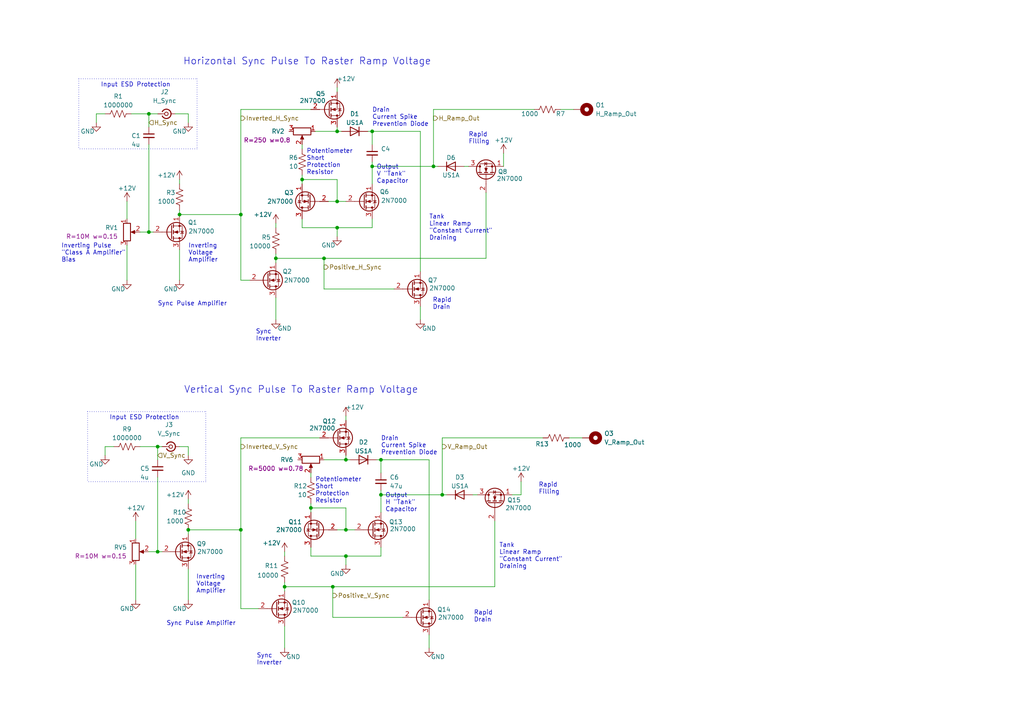
<source format=kicad_sch>
(kicad_sch (version 20231120) (generator "eeschema") (generator_version "8.0")
  (paper "A4")
  (lib_symbols
    (symbol "Connector:Conn_Coaxial_Small" (pin_numbers hide) (pin_names (offset 1.016) hide)
      (property "Reference" "J" (at 0.254 3.048 0))
      (property "Value" "Conn_Coaxial_Small" (at 0 -3.81 0))
      (symbol "Conn_Coaxial_Small_0_1"
        (polyline (pts (xy -2.54 0) (xy -0.508 0)))
        (circle (center 0 0) (radius 0.508) (stroke (width 0.2032)))
      )
      (symbol "Conn_Coaxial_Small_1_1"
        (arc (start -1.1916 -0.6311) (mid 0.327 -1.3081) (end 1.3484 0.0039) (stroke (width 0.3048)))
        (arc (start 1.3484 -0.0039) (mid 0.327 1.3081) (end -1.1916 0.6311) (stroke (width 0.3048)))
        (pin passive line (at -2.54 0 0) (length 1.27) (name "In") (number "1"))
        (pin passive line (at 2.54 0 180) (length 1.27) (name "Ext") (number "2"))
      )
    )
    (symbol "Device:C_Small" (pin_numbers hide) (pin_names (offset 0.254) hide)
      (property "Reference" "C" (at 0.254 1.778 0))
      (property "Value" "C_Small" (at 0.254 -2.032 0))
      (symbol "C_Small_0_1"
        (polyline (pts (xy -1.524 -0.508) (xy 1.524 -0.508)) (stroke (width 0.3302)))
        (polyline (pts (xy -1.524 0.508) (xy 1.524 0.508)) (stroke (width 0.3048)))
      )
      (symbol "C_Small_1_1"
        (pin passive line (at 0 2.54 270) (length 2.032) (name "~") (number "1"))
        (pin passive line (at 0 -2.54 90) (length 2.032) (name "~") (number "2"))
      )
    )
    (symbol "Device:R_Potentiometer" (pin_names (offset 1.016) hide)
      (property "Reference" "RV" (at -4.445 0 90))
      (property "Value" "R_Potentiometer" (at -2.54 0 90))
      (symbol "R_Potentiometer_0_1"
        (polyline (pts (xy 2.54 0) (xy 1.524 0)))
        (polyline (pts (xy 1.143 0) (xy 2.286 0.508) (xy 2.286 -0.508) (xy 1.143 0)) (fill (type outline)))
        (rectangle (start 1.016 2.54) (end -1.016 -2.54) (stroke (width 0.254)))
      )
      (symbol "R_Potentiometer_1_1"
        (pin passive line (at 0 3.81 270) (length 1.27) (name "1") (number "1"))
        (pin passive line (at 3.81 0 180) (length 1.27) (name "2") (number "2"))
        (pin passive line (at 0 -3.81 90) (length 1.27) (name "3") (number "3"))
      )
    )
    (symbol "Device:R_US" (pin_numbers hide) (pin_names (offset 0))
      (property "Reference" "R" (at 2.54 0 90))
      (property "Value" "R_US" (at -2.54 0 90))
      (symbol "R_US_0_1"
        (polyline (pts (xy 0 -2.286) (xy 0 -2.54)))
        (polyline (pts (xy 0 2.286) (xy 0 2.54)))
        (polyline (pts (xy 0 -0.762) (xy 1.016 -1.143) (xy 0 -1.524) (xy -1.016 -1.905) (xy 0 -2.286)))
        (polyline (pts (xy 0 0.762) (xy 1.016 0.381) (xy 0 0) (xy -1.016 -0.381) (xy 0 -0.762)))
        (polyline (pts (xy 0 2.286) (xy 1.016 1.905) (xy 0 1.524) (xy -1.016 1.143) (xy 0 0.762)))
      )
      (symbol "R_US_1_1"
        (pin passive line (at 0 3.81 270) (length 1.27) (name "~") (number "1"))
        (pin passive line (at 0 -3.81 90) (length 1.27) (name "~") (number "2"))
      )
    )
    (symbol "Diode:US1A" (pin_numbers hide) (pin_names hide)
      (property "Reference" "D" (at 0 2.54 0))
      (property "Value" "US1A" (at 0 -2.54 0))
      (symbol "US1A_0_1"
        (polyline (pts (xy -1.27 1.27) (xy -1.27 -1.27)) (stroke (width 0.254)))
        (polyline (pts (xy 1.27 0) (xy -1.27 0)))
        (polyline (pts (xy 1.27 1.27) (xy 1.27 -1.27) (xy -1.27 0) (xy 1.27 1.27)) (stroke (width 0.254)))
      )
      (symbol "US1A_1_1"
        (pin passive line (at -3.81 0 0) (length 2.54) (name "K") (number "1"))
        (pin passive line (at 3.81 0 180) (length 2.54) (name "A") (number "2"))
      )
    )
    (symbol "Mechanical:MountingHole_Pad" (pin_numbers hide) (pin_names (offset 1.016) hide)
      (property "Reference" "H" (at 0 6.35 0))
      (property "Value" "MountingHole_Pad" (at 0 4.445 0))
      (symbol "MountingHole_Pad_0_1"
        (circle (center 0 1.27) (radius 1.27) (stroke (width 1.27)))
      )
      (symbol "MountingHole_Pad_1_1"
        (pin input line (at 0 -2.54 90) (length 2.54) (name "1") (number "1"))
      )
    )
    (symbol "Transistor_FET:2N7000" (pin_names hide)
      (property "Reference" "Q" (at 5.08 1.905 0))
      (property "Value" "2N7000" (at 5.08 0 0))
      (symbol "2N7000_0_1"
        (polyline (pts (xy 0.254 0) (xy -2.54 0)))
        (polyline (pts (xy 0.254 1.905) (xy 0.254 -1.905)) (stroke (width 0.254)))
        (polyline (pts (xy 0.762 -1.27) (xy 0.762 -2.286)) (stroke (width 0.254)))
        (polyline (pts (xy 0.762 0.508) (xy 0.762 -0.508)) (stroke (width 0.254)))
        (polyline (pts (xy 0.762 2.286) (xy 0.762 1.27)) (stroke (width 0.254)))
        (polyline (pts (xy 2.54 2.54) (xy 2.54 1.778)))
        (polyline (pts (xy 2.54 -2.54) (xy 2.54 0) (xy 0.762 0)))
        (polyline (pts (xy 0.762 -1.778) (xy 3.302 -1.778) (xy 3.302 1.778) (xy 0.762 1.778)))
        (polyline (pts (xy 1.016 0) (xy 2.032 0.381) (xy 2.032 -0.381) (xy 1.016 0)) (fill (type outline)))
        (polyline (pts (xy 2.794 0.508) (xy 2.921 0.381) (xy 3.683 0.381) (xy 3.81 0.254)))
        (polyline (pts (xy 3.302 0.381) (xy 2.921 -0.254) (xy 3.683 -0.254) (xy 3.302 0.381)))
        (circle (center 1.651 0) (radius 2.794) (stroke (width 0.254)))
        (circle (center 2.54 -1.778) (radius 0.254) (fill (type outline)))
        (circle (center 2.54 1.778) (radius 0.254) (fill (type outline)))
      )
      (symbol "2N7000_1_1"
        (pin passive line (at 2.54 -5.08 90) (length 2.54) (name "S") (number "1"))
        (pin input line (at -5.08 0 0) (length 2.54) (name "G") (number "2"))
        (pin passive line (at 2.54 5.08 270) (length 2.54) (name "D") (number "3"))
      )
    )
    (symbol "power:+12V" (power) (pin_names (offset 0))
      (property "Value" "+12V" (at 0 3.556 0))
      (symbol "+12V_0_1"
        (polyline (pts (xy -0.762 1.27) (xy 0 2.54)))
        (polyline (pts (xy 0 0) (xy 0 2.54)))
        (polyline (pts (xy 0 2.54) (xy 0.762 1.27)))
      )
      (symbol "+12V_1_1"
        (pin power_in line (at 0 0 90) (length 0) hide (name "+12V") (number "1"))
      )
    )
    (symbol "power:GND" (power) (pin_names (offset 0))
      (property "Value" "GND" (at 0 -3.81 0))
      (symbol "GND_0_1"
        (polyline (pts (xy 0 0) (xy 0 -1.27) (xy 1.27 -1.27) (xy 0 -2.54) (xy -1.27 -1.27) (xy 0 -1.27)))
      )
      (symbol "GND_1_1"
        (pin power_in line (at 0 0 270) (length 0) hide (name "GND") (number "1"))
      )
    )
  )
  (junction (at 110.49 143.51))
  (junction (at 69.85 62.23))
  (junction (at 107.95 48.26))
  (junction (at 100.33 153.67))
  (junction (at 82.55 170.18))
  (junction (at 97.79 66.04))
  (junction (at 69.85 153.67))
  (junction (at 125.73 48.26))
  (junction (at 107.95 38.1))
  (junction (at 87.63 52.07))
  (junction (at 52.07 62.23))
  (junction (at 80.01 74.93))
  (junction (at 43.18 67.31))
  (junction (at 100.33 133.35))
  (junction (at 97.79 38.1))
  (junction (at 90.17 147.32))
  (junction (at 97.79 58.42))
  (junction (at 45.72 160.02))
  (junction (at 45.72 129.54))
  (junction (at 54.61 153.67))
  (junction (at 128.27 143.51))
  (junction (at 110.49 133.35))
  (junction (at 100.33 161.29))
  (junction (at 93.98 74.93))
  (junction (at 43.18 33.02))
  (junction (at 96.52 170.18))
  (wire (pts (xy 80.01 64.77) (xy 80.01 66.04)))
  (wire (pts (xy 39.37 163.83) (xy 39.37 173.99)))
  (wire (pts (xy 107.95 63.5) (xy 107.95 66.04)))
  (wire (pts (xy 110.49 142.24) (xy 110.49 143.51)))
  (wire (pts (xy 54.61 35.56) (xy 54.61 33.02)))
  (wire (pts (xy 30.48 33.02) (xy 27.94 33.02)))
  (wire (pts (xy 99.06 38.1) (xy 97.79 38.1)))
  (wire (pts (xy 100.33 120.65) (xy 100.33 121.92)))
  (wire (pts (xy 90.17 137.16) (xy 90.17 138.43)))
  (wire (pts (xy 101.6 133.35) (xy 100.33 133.35)))
  (wire (pts (xy 43.18 160.02) (xy 45.72 160.02)))
  (wire (pts (xy 80.01 73.66) (xy 80.01 74.93)))
  (wire (pts (xy 80.01 74.93) (xy 93.98 74.93)))
  (wire (pts (xy 87.63 53.34) (xy 87.63 52.07)))
  (polyline (pts (xy 22.86 22.86) (xy 22.86 43.18)) (stroke (width 0) (type dot)))
  (wire (pts (xy 114.3 83.82) (xy 93.98 83.82)))
  (wire (pts (xy 124.46 173.99) (xy 124.46 133.35)))
  (wire (pts (xy 40.64 129.54) (xy 45.72 129.54)))
  (wire (pts (xy 90.17 161.29) (xy 90.17 158.75)))
  (wire (pts (xy 52.07 60.96) (xy 52.07 62.23)))
  (wire (pts (xy 97.79 66.04) (xy 107.95 66.04)))
  (wire (pts (xy 97.79 52.07) (xy 97.79 58.42)))
  (wire (pts (xy 87.63 50.8) (xy 87.63 52.07)))
  (wire (pts (xy 69.85 176.53) (xy 69.85 153.67)))
  (wire (pts (xy 124.46 184.15) (xy 124.46 187.96)))
  (wire (pts (xy 90.17 31.75) (xy 69.85 31.75)))
  (wire (pts (xy 82.55 168.91) (xy 82.55 170.18)))
  (wire (pts (xy 143.51 151.13) (xy 143.51 170.18)))
  (polyline (pts (xy 59.69 119.38) (xy 59.69 139.7)) (stroke (width 0) (type dot)))
  (polyline (pts (xy 57.15 43.18) (xy 22.86 43.18)) (stroke (width 0) (type dot)))
  (wire (pts (xy 69.85 127) (xy 69.85 153.67)))
  (wire (pts (xy 40.64 67.31) (xy 43.18 67.31)))
  (wire (pts (xy 80.01 86.36) (xy 80.01 92.71)))
  (wire (pts (xy 162.56 31.75) (xy 166.37 31.75)))
  (wire (pts (xy 93.98 74.93) (xy 93.98 83.82)))
  (wire (pts (xy 97.79 38.1) (xy 97.79 36.83)))
  (wire (pts (xy 97.79 38.1) (xy 91.44 38.1)))
  (wire (pts (xy 110.49 158.75) (xy 110.49 161.29)))
  (wire (pts (xy 107.95 48.26) (xy 107.95 53.34)))
  (wire (pts (xy 134.62 48.26) (xy 135.89 48.26)))
  (wire (pts (xy 52.07 72.39) (xy 52.07 81.28)))
  (wire (pts (xy 97.79 58.42) (xy 100.33 58.42)))
  (wire (pts (xy 36.83 71.12) (xy 36.83 81.28)))
  (wire (pts (xy 82.55 160.02) (xy 82.55 161.29)))
  (wire (pts (xy 110.49 143.51) (xy 110.49 148.59)))
  (wire (pts (xy 93.98 74.93) (xy 140.97 74.93)))
  (wire (pts (xy 146.05 44.45) (xy 146.05 48.26)))
  (wire (pts (xy 43.18 67.31) (xy 44.45 67.31)))
  (wire (pts (xy 69.85 31.75) (xy 69.85 62.23)))
  (wire (pts (xy 100.33 153.67) (xy 102.87 153.67)))
  (wire (pts (xy 137.16 143.51) (xy 138.43 143.51)))
  (wire (pts (xy 38.1 33.02) (xy 43.18 33.02)))
  (wire (pts (xy 54.61 129.54) (xy 52.07 129.54)))
  (wire (pts (xy 121.92 78.74) (xy 121.92 38.1)))
  (wire (pts (xy 87.63 66.04) (xy 97.79 66.04)))
  (wire (pts (xy 45.72 33.02) (xy 43.18 33.02)))
  (wire (pts (xy 97.79 25.4) (xy 97.79 26.67)))
  (wire (pts (xy 95.25 58.42) (xy 97.79 58.42)))
  (wire (pts (xy 128.27 143.51) (xy 129.54 143.51)))
  (polyline (pts (xy 22.86 22.86) (xy 57.15 22.86)) (stroke (width 0) (type dot)))
  (wire (pts (xy 36.83 58.42) (xy 36.83 63.5)))
  (wire (pts (xy 45.72 138.43) (xy 45.72 160.02)))
  (wire (pts (xy 100.33 133.35) (xy 100.33 132.08)))
  (wire (pts (xy 107.95 48.26) (xy 125.73 48.26)))
  (wire (pts (xy 52.07 62.23) (xy 69.85 62.23)))
  (wire (pts (xy 90.17 148.59) (xy 90.17 147.32)))
  (wire (pts (xy 82.55 170.18) (xy 96.52 170.18)))
  (wire (pts (xy 96.52 170.18) (xy 96.52 179.07)))
  (wire (pts (xy 128.27 127) (xy 128.27 143.51)))
  (wire (pts (xy 125.73 31.75) (xy 154.94 31.75)))
  (wire (pts (xy 140.97 55.88) (xy 140.97 74.93)))
  (wire (pts (xy 54.61 144.78) (xy 54.61 146.05)))
  (wire (pts (xy 90.17 147.32) (xy 100.33 147.32)))
  (wire (pts (xy 74.93 176.53) (xy 69.85 176.53)))
  (wire (pts (xy 52.07 52.07) (xy 52.07 53.34)))
  (polyline (pts (xy 59.69 139.7) (xy 25.4 139.7)) (stroke (width 0) (type dot)))
  (wire (pts (xy 97.79 66.04) (xy 97.79 68.58)))
  (wire (pts (xy 43.18 33.02) (xy 43.18 36.83)))
  (wire (pts (xy 165.1 127) (xy 168.91 127)))
  (wire (pts (xy 110.49 143.51) (xy 128.27 143.51)))
  (wire (pts (xy 121.92 38.1) (xy 107.95 38.1)))
  (wire (pts (xy 92.71 127) (xy 69.85 127)))
  (wire (pts (xy 45.72 129.54) (xy 45.72 133.35)))
  (wire (pts (xy 27.94 33.02) (xy 27.94 35.56)))
  (wire (pts (xy 82.55 170.18) (xy 82.55 171.45)))
  (wire (pts (xy 54.61 33.02) (xy 50.8 33.02)))
  (wire (pts (xy 54.61 165.1) (xy 54.61 173.99)))
  (wire (pts (xy 87.63 66.04) (xy 87.63 63.5)))
  (wire (pts (xy 107.95 38.1) (xy 107.95 41.91)))
  (wire (pts (xy 110.49 133.35) (xy 109.22 133.35)))
  (wire (pts (xy 45.72 160.02) (xy 46.99 160.02)))
  (wire (pts (xy 54.61 132.08) (xy 54.61 129.54)))
  (wire (pts (xy 82.55 181.61) (xy 82.55 187.96)))
  (polyline (pts (xy 57.15 22.86) (xy 57.15 43.18)) (stroke (width 0) (type dot)))
  (wire (pts (xy 90.17 146.05) (xy 90.17 147.32)))
  (wire (pts (xy 100.33 161.29) (xy 100.33 163.83)))
  (wire (pts (xy 121.92 88.9) (xy 121.92 92.71)))
  (wire (pts (xy 110.49 133.35) (xy 110.49 137.16)))
  (wire (pts (xy 33.02 129.54) (xy 30.48 129.54)))
  (wire (pts (xy 54.61 153.67) (xy 54.61 154.94)))
  (wire (pts (xy 148.59 143.51) (xy 151.13 143.51)))
  (wire (pts (xy 107.95 46.99) (xy 107.95 48.26)))
  (wire (pts (xy 90.17 161.29) (xy 100.33 161.29)))
  (wire (pts (xy 100.33 133.35) (xy 93.98 133.35)))
  (wire (pts (xy 96.52 170.18) (xy 143.51 170.18)))
  (polyline (pts (xy 25.4 119.38) (xy 59.69 119.38)) (stroke (width 0) (type dot)))
  (wire (pts (xy 157.48 127) (xy 128.27 127)))
  (wire (pts (xy 125.73 48.26) (xy 127 48.26)))
  (wire (pts (xy 125.73 31.75) (xy 125.73 48.26)))
  (wire (pts (xy 151.13 139.7) (xy 151.13 143.51)))
  (wire (pts (xy 80.01 74.93) (xy 80.01 76.2)))
  (polyline (pts (xy 25.4 119.38) (xy 25.4 139.7)) (stroke (width 0) (type dot)))
  (wire (pts (xy 69.85 81.28) (xy 72.39 81.28)))
  (wire (pts (xy 69.85 62.23) (xy 69.85 81.28)))
  (wire (pts (xy 43.18 41.91) (xy 43.18 67.31)))
  (wire (pts (xy 45.72 129.54) (xy 46.99 129.54)))
  (wire (pts (xy 87.63 41.91) (xy 87.63 43.18)))
  (wire (pts (xy 100.33 147.32) (xy 100.33 153.67)))
  (wire (pts (xy 100.33 161.29) (xy 110.49 161.29)))
  (wire (pts (xy 116.84 179.07) (xy 96.52 179.07)))
  (wire (pts (xy 54.61 153.67) (xy 69.85 153.67)))
  (wire (pts (xy 39.37 151.13) (xy 39.37 156.21)))
  (wire (pts (xy 124.46 133.35) (xy 110.49 133.35)))
  (wire (pts (xy 107.95 38.1) (xy 106.68 38.1)))
  (wire (pts (xy 30.48 129.54) (xy 30.48 132.08)))
  (wire (pts (xy 97.79 153.67) (xy 100.33 153.67)))
  (wire (pts (xy 87.63 52.07) (xy 97.79 52.07)))
  (text "Sync\nInverter" (at 74.168 99.06 0) (effects (font (size 1.27 1.27)) (justify left bottom)))
  (text "Tank\nLinear Ramp\n\"Constant Current\"\nDraining" (at 124.46 69.85 0) (effects (font (size 1.27 1.27)) (justify left bottom)))
  (text "Potentiometer\nShort\nProtection\nResistor" (at 91.44 146.05 0) (effects (font (size 1.27 1.27)) (justify left bottom)))
  (text "Input ESD Protection" (at 31.75 121.92 0) (effects (font (size 1.27 1.27)) (justify left bottom)))
  (text "Rapid\nDrain" (at 125.476 89.916 0) (effects (font (size 1.27 1.27)) (justify left bottom)))
  (text "Rapid\nFilling" (at 156.21 143.51 0) (effects (font (size 1.27 1.27)) (justify left bottom)))
  (text "Inverting Pulse\n\"Class A Amplifier\"\nBias\n" (at 17.78 76.2 0) (effects (font (size 1.27 1.27)) (justify left bottom)))
  (text "Vertical Sync Pulse To Raster Ramp Voltage" (at 53.34 114.3 0) (effects (font (size 2 2)) (justify left bottom)))
  (text "Inverting\nVoltage\nAmplifier" (at 54.61 76.2 0) (effects (font (size 1.27 1.27)) (justify left bottom)))
  (text "Horizontal Sync Pulse To Raster Ramp Voltage" (at 53.086 19.05 0) (effects (font (size 2 2)) (justify left bottom)))
  (text "Sync\nInverter" (at 74.422 193.04 0) (effects (font (size 1.27 1.27)) (justify left bottom)))
  (text "Sync Pulse Amplifier" (at 48.26 181.61 0) (effects (font (size 1.27 1.27)) (justify left bottom)))
  (text "Rapid\nFilling" (at 135.89 41.91 0) (effects (font (size 1.27 1.27)) (justify left bottom)))
  (text "Tank\nLinear Ramp\n\"Constant Current\"\nDraining" (at 144.78 165.1 0) (effects (font (size 1.27 1.27)) (justify left bottom)))
  (text "Input ESD Protection" (at 29.21 25.4 0) (effects (font (size 1.27 1.27)) (justify left bottom)))
  (text "Rapid\nDrain" (at 137.414 180.594 0) (effects (font (size 1.27 1.27)) (justify left bottom)))
  (text "Drain\nCurrent Spike\nPrevention Diode" (at 110.49 132.08 0) (effects (font (size 1.27 1.27)) (justify left bottom)))
  (text "Output\nH \"Tank\"\nCapacitor" (at 111.76 148.59 0) (effects (font (size 1.27 1.27)) (justify left bottom)))
  (text "Inverting\nVoltage\nAmplifier" (at 56.896 172.212 0) (effects (font (size 1.27 1.27)) (justify left bottom)))
  (text "Potentiometer\nShort\nProtection\nResistor" (at 88.9 50.8 0) (effects (font (size 1.27 1.27)) (justify left bottom)))
  (text "Output\nV \"Tank\"\nCapacitor" (at 109.22 53.34 0) (effects (font (size 1.27 1.27)) (justify left bottom)))
  (text "Drain\nCurrent Spike\nPrevention Diode" (at 107.95 36.83 0) (effects (font (size 1.27 1.27)) (justify left bottom)))
  (text "Sync Pulse Amplifier" (at 45.72 88.9 0) (effects (font (size 1.27 1.27)) (justify left bottom)))
  (hierarchical_label "Inverted_H_Sync" (shape output) (at 69.85 34.29 0))
  (hierarchical_label "H_Ramp_Out" (shape output) (at 125.73 34.29 0))
  (hierarchical_label "Positive_H_Sync" (shape output) (at 93.98 77.47 0))
  (hierarchical_label "H_Sync" (shape input) (at 43.18 35.56 0))
  (hierarchical_label "V_Ramp_Out" (shape output) (at 128.27 129.54 0))
  (hierarchical_label "V_Sync" (shape input) (at 45.72 132.08 0))
  (hierarchical_label "Positive_V_Sync" (shape output) (at 96.52 172.72 0))
  (hierarchical_label "Inverted_V_Sync" (shape output) (at 69.85 129.54 0))
  (symbol (lib_id "Diode:US1A") (at 105.41 133.35 0) (mirror y) (unit 1)
    (property "Reference" "D2" (at 105.41 128.27 0))
    (property "Value" "US1A" (at 105.41 130.81 0))
    (property "Footprint" "Diode_SMD:D_SMA" (effects (hide yes)))
    (property "Datasheet" "https://www.diodes.com/assets/Datasheets/ds16008.pdf" (effects (hide yes)))
    (property "Sim.Device" "D" (effects (hide yes)))
    (property "Sim.Pins" "1=K 2=A" (effects (hide yes)))
  )
  (symbol (lib_id "power:GND") (at 121.92 92.71 0) (unit 1)
    (property "Reference" "#PWR022" (effects (hide yes)))
    (property "Value" "GND" (at 124.46 95.25 0))
    (property "Sim.Device" "V" (effects (hide yes)))
    (property "Sim.Type" "DC" (effects (hide yes)))
    (property "Sim.Pins" "1=+" (effects (hide yes)))
    (property "Sim.Params" "dc=0" (effects (hide yes)))
  )
  (symbol (lib_id "power:GND") (at 82.55 187.96 0) (unit 1)
    (property "Reference" "#PWR032" (effects (hide yes)))
    (property "Value" "GND" (at 85.09 190.5 0))
    (property "Sim.Device" "V" (effects (hide yes)))
    (property "Sim.Type" "DC" (effects (hide yes)))
    (property "Sim.Pins" "1=+" (effects (hide yes)))
    (property "Sim.Params" "dc=0" (effects (hide yes)))
  )
  (symbol (lib_id "Transistor_FET:2N7000") (at 107.95 153.67 0) (mirror x) (unit 1)
    (property "Reference" "Q13" (at 114.808 151.384 0))
    (property "Value" "2N7000" (at 116.84 153.416 0))
    (property "Footprint" "Package_TO_SOT_SMD:SOT-23" (effects (hide yes)))
    (property "Datasheet" "https://www.vishay.com/docs/70226/70226.pdf" (effects (hide yes)))
    (property "Sim.Device" "NMOS" (effects (hide yes)))
    (property "Sim.Pins" "1=D 2=G 3=S" (effects (hide yes)))
    (property "Sim.Library" "2n7000.lib" (effects (hide yes)))
    (property "Sim.Name" "MN7000" (effects (hide yes)))
    (property "Sim.Type" "MOS1" (effects (hide yes)))
  )
  (symbol (lib_id "Transistor_FET:2N7000") (at 90.17 58.42 180) (unit 1)
    (property "Reference" "Q3" (at 83.82 55.88 0))
    (property "Value" "2N7000" (at 81.28 58.42 0))
    (property "Footprint" "Package_TO_SOT_SMD:SOT-23" (effects (hide yes)))
    (property "Datasheet" "https://www.vishay.com/docs/70226/70226.pdf" (effects (hide yes)))
    (property "Sim.Device" "NMOS" (effects (hide yes)))
    (property "Sim.Pins" "1=D 2=G 3=S" (effects (hide yes)))
    (property "Sim.Library" "2n7000.lib" (effects (hide yes)))
    (property "Sim.Name" "MN7000" (effects (hide yes)))
    (property "Sim.Type" "MOS1" (effects (hide yes)))
  )
  (symbol (lib_id "Connector:Conn_Coaxial_Small") (at 48.26 33.02 0) (unit 1)
    (property "Reference" "J2" (at 47.7404 26.67 0))
    (property "Value" "H_Sync" (at 47.7404 29.21 0))
    (property "Footprint" "Connector_Coaxial:SMA_Amphenol_901-144_Vertical" (effects (hide yes)))
    (property "Sim.Device" "V" (effects (hide yes)))
    (property "Sim.Pins" "1=+ 2=-" (effects (hide yes)))
    (property "Sim.Type" "PULSE" (effects (hide yes)))
    (property "Sim.Params" "y1=0 y2=3 td=0.001 tr=0.0001 tf=0.0001 tw=0.001 per=0.01 np=100" (effects (hide yes)))
  )
  (symbol (lib_id "Mechanical:MountingHole_Pad") (at 171.45 127 270) (unit 1) (exclude_from_sim yes)
    (property "Reference" "O3" (at 175.26 125.73 90) (effects (justify left)))
    (property "Value" "V_Ramp_Out" (at 175.26 128.27 90) (effects (justify left)))
    (property "Footprint" "Connector_Wire:SolderWire-0.25sqmm_1x01_D0.65mm_OD2mm_Relief" (effects (hide yes)))
    (property "Sim.Device" "TLINE" (effects (hide yes)))
    (property "Sim.Pins" "1=1+" (effects (hide yes)))
  )
  (symbol (lib_id "Transistor_FET:2N7000") (at 49.53 67.31 0) (mirror x) (unit 1)
    (property "Reference" "Q1" (at 55.88 64.516 0))
    (property "Value" "2N7000" (at 58.42 67.056 0))
    (property "Footprint" "Package_TO_SOT_SMD:SOT-23" (effects (hide yes)))
    (property "Datasheet" "https://www.vishay.com/docs/70226/70226.pdf" (effects (hide yes)))
    (property "Sim.Device" "NMOS" (effects (hide yes)))
    (property "Sim.Pins" "1=D 2=G 3=S" (effects (hide yes)))
    (property "Sim.Library" "2n7000.lib" (effects (hide yes)))
    (property "Sim.Name" "MN7000" (effects (hide yes)))
    (property "Sim.Type" "MOS1" (effects (hide yes)))
  )
  (symbol (lib_id "power:GND") (at 27.94 35.56 0) (unit 1)
    (property "Reference" "#PWR01" (effects (hide yes)))
    (property "Value" "GND" (at 25.4 38.1 0))
    (property "Sim.Device" "V" (effects (hide yes)))
    (property "Sim.Type" "DC" (effects (hide yes)))
    (property "Sim.Pins" "1=+" (effects (hide yes)))
    (property "Sim.Params" "dc=0" (effects (hide yes)))
  )
  (symbol (lib_id "Device:R_US") (at 87.63 46.99 0) (unit 1)
    (property "Reference" "R6" (at 85.09 45.72 0))
    (property "Value" "10" (at 83.82 48.26 0) (effects (justify left)))
    (property "Footprint" "Resistor_SMD:R_1210_3225Metric" (effects (hide yes)))
  )
  (symbol (lib_id "power:GND") (at 36.83 81.28 0) (unit 1)
    (property "Reference" "#PWR03" (effects (hide yes)))
    (property "Value" "GND" (at 34.29 83.82 0))
    (property "Sim.Device" "V" (effects (hide yes)))
    (property "Sim.Type" "DC" (effects (hide yes)))
    (property "Sim.Pins" "1=+" (effects (hide yes)))
    (property "Sim.Params" "dc=0" (effects (hide yes)))
  )
  (symbol (lib_id "Transistor_FET:2N7000") (at 80.01 176.53 0) (mirror x) (unit 1)
    (property "Reference" "Q10" (at 86.614 174.752 0))
    (property "Value" "2N7000" (at 88.646 177.038 0))
    (property "Footprint" "Package_TO_SOT_SMD:SOT-23" (effects (hide yes)))
    (property "Datasheet" "https://www.vishay.com/docs/70226/70226.pdf" (effects (hide yes)))
    (property "Sim.Device" "NMOS" (effects (hide yes)))
    (property "Sim.Pins" "1=D 2=G 3=S" (effects (hide yes)))
    (property "Sim.Library" "2n7000.lib" (effects (hide yes)))
    (property "Sim.Name" "MN7000" (effects (hide yes)))
    (property "Sim.Type" "MOS1" (effects (hide yes)))
  )
  (symbol (lib_id "power:+12V") (at 80.01 64.77 0) (unit 1)
    (property "Reference" "#PWR08" (effects (hide yes)))
    (property "Value" "+12V" (at 76.2 62.23 0))
  )
  (symbol (lib_id "power:+12V") (at 97.79 25.4 0) (unit 1)
    (property "Reference" "#PWR012" (effects (hide yes)))
    (property "Value" "+12V" (at 100.33 22.86 0))
  )
  (symbol (lib_id "Transistor_FET:2N7000") (at 97.79 127 0) (mirror x) (unit 1)
    (property "Reference" "Q12" (at 95.504 122.174 0))
    (property "Value" "2N7000" (at 93.472 124.206 0))
    (property "Footprint" "Package_TO_SOT_SMD:SOT-23" (effects (hide yes)))
    (property "Datasheet" "https://www.vishay.com/docs/70226/70226.pdf" (effects (hide yes)))
    (property "Sim.Device" "NMOS" (effects (hide yes)))
    (property "Sim.Pins" "1=D 2=G 3=S" (effects (hide yes)))
    (property "Sim.Library" "2n7000.lib" (effects (hide yes)))
    (property "Sim.Name" "MN7000" (effects (hide yes)))
    (property "Sim.Type" "MOS1" (effects (hide yes)))
  )
  (symbol (lib_id "Device:R_US") (at 34.29 33.02 270) (unit 1)
    (property "Reference" "R1" (at 34.29 27.94 90))
    (property "Value" "1000000" (at 34.29 30.48 90))
    (property "Footprint" "Resistor_SMD:R_0603_1608Metric" (effects (hide yes)))
  )
  (symbol (lib_id "Device:R_US") (at 82.55 165.1 0) (unit 1)
    (property "Reference" "R11" (at 78.74 164.084 0))
    (property "Value" "10000" (at 77.724 166.878 0))
    (property "Footprint" "Resistor_SMD:R_0603_1608Metric" (effects (hide yes)))
  )
  (symbol (lib_id "power:GND") (at 54.61 173.99 0) (unit 1)
    (property "Reference" "#PWR030" (effects (hide yes)))
    (property "Value" "GND" (at 52.07 176.53 0))
    (property "Sim.Device" "V" (effects (hide yes)))
    (property "Sim.Type" "DC" (effects (hide yes)))
    (property "Sim.Pins" "1=+" (effects (hide yes)))
    (property "Sim.Params" "dc=0" (effects (hide yes)))
  )
  (symbol (lib_id "Device:R_US") (at 80.01 69.85 0) (unit 1)
    (property "Reference" "R5" (at 77.216 68.834 0))
    (property "Value" "10000" (at 75.438 71.374 0))
    (property "Footprint" "Resistor_SMD:R_0603_1608Metric" (effects (hide yes)))
  )
  (symbol (lib_id "Diode:US1A") (at 130.81 48.26 0) (unit 1)
    (property "Reference" "D6" (at 130.81 45.72 0))
    (property "Value" "US1A" (at 130.81 50.8 0))
    (property "Footprint" "Diode_SMD:D_SMA" (effects (hide yes)))
    (property "Datasheet" "https://www.diodes.com/assets/Datasheets/ds16008.pdf" (effects (hide yes)))
    (property "Sim.Device" "D" (effects (hide yes)))
    (property "Sim.Pins" "1=K 2=A" (effects (hide yes)))
    (property "Sim.Params" "cjo=20p" (effects (hide yes)))
  )
  (symbol (lib_id "Device:R_US") (at 161.29 127 270) (unit 1)
    (property "Reference" "R13" (at 157.226 128.778 90))
    (property "Value" "1000" (at 163.576 129.032 90) (effects (justify left)))
    (property "Footprint" "Resistor_SMD:R_0603_1608Metric" (effects (hide yes)))
  )
  (symbol (lib_id "Transistor_FET:2N7000") (at 140.97 50.8 90) (unit 1)
    (property "Reference" "Q8" (at 145.796 49.784 90))
    (property "Value" "2N7000" (at 147.828 51.816 90))
    (property "Footprint" "Package_TO_SOT_SMD:SOT-23" (effects (hide yes)))
    (property "Datasheet" "https://www.vishay.com/docs/70226/70226.pdf" (effects (hide yes)))
    (property "Sim.Device" "NMOS" (effects (hide yes)))
    (property "Sim.Pins" "1=D 2=G 3=S" (effects (hide yes)))
    (property "Sim.Library" "2n7000.lib" (effects (hide yes)))
    (property "Sim.Name" "MN7000" (effects (hide yes)))
    (property "Sim.Type" "MOS1" (effects (hide yes)))
  )
  (symbol (lib_id "power:+12V") (at 82.55 160.02 0) (unit 1)
    (property "Reference" "#PWR031" (effects (hide yes)))
    (property "Value" "+12V" (at 78.74 157.48 0))
  )
  (symbol (lib_id "Device:R_US") (at 158.75 31.75 270) (unit 1)
    (property "Reference" "R7" (at 162.56 33.02 90))
    (property "Value" "1000" (at 151.13 33.02 90) (effects (justify left)))
    (property "Footprint" "Resistor_SMD:R_0603_1608Metric" (effects (hide yes)))
  )
  (symbol (lib_id "Device:C_Small") (at 110.49 139.7 0) (unit 1)
    (property "Reference" "C6" (at 113.03 138.4363 0) (effects (justify left)))
    (property "Value" "47u" (at 113.03 140.9763 0) (effects (justify left)))
    (property "Footprint" "Capacitor_SMD:C_1206_3216Metric" (effects (hide yes)))
  )
  (symbol (lib_id "power:GND") (at 39.37 173.99 0) (unit 1)
    (property "Reference" "#PWR027" (effects (hide yes)))
    (property "Value" "GND" (at 36.83 176.53 0))
    (property "Sim.Device" "V" (effects (hide yes)))
    (property "Sim.Type" "DC" (effects (hide yes)))
    (property "Sim.Pins" "1=+" (effects (hide yes)))
    (property "Sim.Params" "dc=0" (effects (hide yes)))
  )
  (symbol (lib_id "Device:R_Potentiometer") (at 87.63 38.1 270) (unit 1)
    (property "Reference" "RV2" (at 82.55 38.1 90) (effects (justify right)))
    (property "Value" "250" (effects (hide yes)))
    (property "Footprint" "Potentiometer_SMD:Potentiometer_Bourns_TC33X_Vertical" (effects (hide yes)))
    (property "Sim.Library" "potentiometer.lib" (effects (hide yes)))
    (property "Sim.Name" "potentiometer" (effects (hide yes)))
    (property "Sim.Device" "SUBCKT" (effects (hide yes)))
    (property "Sim.Pins" "1=1 2=2 3=3" (effects (hide yes)))
    (property "Sim.Params" "R=250 w=0.8" (at 77.47 40.64 90))
  )
  (symbol (lib_id "power:GND") (at 54.61 35.56 0) (unit 1)
    (property "Reference" "#PWR07" (effects (hide yes)))
    (property "Value" "GND" (at 52.07 38.1 0))
    (property "Sim.Device" "V" (effects (hide yes)))
    (property "Sim.Type" "DC" (effects (hide yes)))
    (property "Sim.Pins" "1=+" (effects (hide yes)))
    (property "Sim.Params" "dc=0" (effects (hide yes)))
  )
  (symbol (lib_id "Device:C_Small") (at 45.72 135.89 0) (unit 1)
    (property "Reference" "C5" (at 40.64 135.89 0) (effects (justify left)))
    (property "Value" "4u" (at 40.64 138.43 0) (effects (justify left)))
    (property "Footprint" "Capacitor_SMD:C_0603_1608Metric" (effects (hide yes)))
  )
  (symbol (lib_id "Device:R_US") (at 54.61 149.86 0) (unit 1)
    (property "Reference" "R10" (at 52.07 148.59 0))
    (property "Value" "1000" (at 48.26 151.13 0) (effects (justify left)))
    (property "Footprint" "Resistor_SMD:R_1210_3225Metric" (effects (hide yes)))
  )
  (symbol (lib_id "power:+12V") (at 52.07 52.07 0) (unit 1)
    (property "Reference" "#PWR05" (effects (hide yes)))
    (property "Value" "+12V" (at 48.26 50.8 0))
  )
  (symbol (lib_id "power:GND") (at 97.79 68.58 0) (unit 1)
    (property "Reference" "#PWR018" (effects (hide yes)))
    (property "Value" "GND" (at 95.25 71.12 0))
    (property "Sim.Device" "V" (effects (hide yes)))
    (property "Sim.Type" "DC" (effects (hide yes)))
    (property "Sim.Pins" "1=+" (effects (hide yes)))
    (property "Sim.Params" "dc=0" (effects (hide yes)))
  )
  (symbol (lib_id "power:+12V") (at 100.33 120.65 0) (unit 1)
    (property "Reference" "#PWR033" (effects (hide yes)))
    (property "Value" "+12V" (at 102.87 118.11 0))
  )
  (symbol (lib_id "Transistor_FET:2N7000") (at 92.71 153.67 180) (unit 1)
    (property "Reference" "Q11" (at 85.598 151.384 0))
    (property "Value" "2N7000" (at 83.82 153.67 0))
    (property "Footprint" "Package_TO_SOT_SMD:SOT-23" (effects (hide yes)))
    (property "Datasheet" "https://www.vishay.com/docs/70226/70226.pdf" (effects (hide yes)))
    (property "Sim.Device" "NMOS" (effects (hide yes)))
    (property "Sim.Pins" "1=D 2=G 3=S" (effects (hide yes)))
    (property "Sim.Library" "2n7000.lib" (effects (hide yes)))
    (property "Sim.Name" "MN7000" (effects (hide yes)))
    (property "Sim.Type" "MOS1" (effects (hide yes)))
  )
  (symbol (lib_id "power:+12V") (at 39.37 151.13 0) (unit 1)
    (property "Reference" "#PWR015" (effects (hide yes)))
    (property "Value" "+12V" (at 39.37 147.32 0))
  )
  (symbol (lib_id "power:GND") (at 30.48 132.08 0) (unit 1)
    (property "Reference" "#PWR013" (effects (hide yes)))
    (property "Value" "GND" (at 27.94 134.62 0))
    (property "Sim.Device" "V" (effects (hide yes)))
    (property "Sim.Type" "DC" (effects (hide yes)))
    (property "Sim.Pins" "1=+" (effects (hide yes)))
    (property "Sim.Params" "dc=0" (effects (hide yes)))
  )
  (symbol (lib_id "Transistor_FET:2N7000") (at 121.92 179.07 0) (mirror x) (unit 1)
    (property "Reference" "Q14" (at 128.778 176.784 0))
    (property "Value" "2N7000" (at 130.81 179.07 0))
    (property "Footprint" "Package_TO_SOT_SMD:SOT-23" (effects (hide yes)))
    (property "Datasheet" "https://www.vishay.com/docs/70226/70226.pdf" (effects (hide yes)))
    (property "Sim.Device" "NMOS" (effects (hide yes)))
    (property "Sim.Pins" "1=D 2=G 3=S" (effects (hide yes)))
    (property "Sim.Library" "2n7000.lib" (effects (hide yes)))
    (property "Sim.Name" "MN7000" (effects (hide yes)))
    (property "Sim.Type" "MOS1" (effects (hide yes)))
  )
  (symbol (lib_id "Transistor_FET:2N7000") (at 143.51 146.05 90) (unit 1)
    (property "Reference" "Q15" (at 149.098 145.034 90))
    (property "Value" "2N7000" (at 150.368 147.32 90))
    (property "Footprint" "Package_TO_SOT_SMD:SOT-23" (effects (hide yes)))
    (property "Datasheet" "https://www.vishay.com/docs/70226/70226.pdf" (effects (hide yes)))
    (property "Sim.Device" "NMOS" (effects (hide yes)))
    (property "Sim.Pins" "1=D 2=G 3=S" (effects (hide yes)))
    (property "Sim.Library" "2n7000.lib" (effects (hide yes)))
    (property "Sim.Name" "MN7000" (effects (hide yes)))
    (property "Sim.Type" "MOS1" (effects (hide yes)))
  )
  (symbol (lib_id "power:GND") (at 124.46 187.96 0) (unit 1)
    (property "Reference" "#PWR035" (effects (hide yes)))
    (property "Value" "GND" (at 127 190.5 0))
    (property "Sim.Device" "V" (effects (hide yes)))
    (property "Sim.Type" "DC" (effects (hide yes)))
    (property "Sim.Pins" "1=+" (effects (hide yes)))
    (property "Sim.Params" "dc=0" (effects (hide yes)))
  )
  (symbol (lib_id "Transistor_FET:2N7000") (at 119.38 83.82 0) (mirror x) (unit 1)
    (property "Reference" "Q7" (at 125.476 81.28 0))
    (property "Value" "2N7000" (at 128.27 83.566 0))
    (property "Footprint" "Package_TO_SOT_SMD:SOT-23" (effects (hide yes)))
    (property "Datasheet" "https://www.vishay.com/docs/70226/70226.pdf" (effects (hide yes)))
    (property "Sim.Device" "NMOS" (effects (hide yes)))
    (property "Sim.Pins" "1=D 2=G 3=S" (effects (hide yes)))
    (property "Sim.Library" "2n7000.lib" (effects (hide yes)))
    (property "Sim.Name" "MN7000" (effects (hide yes)))
    (property "Sim.Type" "MOS1" (effects (hide yes)))
  )
  (symbol (lib_id "Diode:US1A") (at 102.87 38.1 0) (mirror y) (unit 1)
    (property "Reference" "D1" (at 102.87 33.02 0))
    (property "Value" "US1A" (at 102.87 35.56 0))
    (property "Footprint" "Diode_SMD:D_SMA" (effects (hide yes)))
    (property "Datasheet" "https://www.diodes.com/assets/Datasheets/ds16008.pdf" (effects (hide yes)))
    (property "Sim.Device" "D" (effects (hide yes)))
    (property "Sim.Pins" "1=K 2=A" (effects (hide yes)))
    (property "Sim.Params" "cjo=20p" (effects (hide yes)))
  )
  (symbol (lib_id "Device:R_US") (at 36.83 129.54 270) (unit 1)
    (property "Reference" "R9" (at 36.83 124.46 90))
    (property "Value" "1000000" (at 36.83 127 90))
    (property "Footprint" "Resistor_SMD:R_0603_1608Metric" (effects (hide yes)))
  )
  (symbol (lib_id "power:GND") (at 52.07 81.28 0) (unit 1)
    (property "Reference" "#PWR06" (effects (hide yes)))
    (property "Value" "GND" (at 49.53 83.82 0))
    (property "Sim.Device" "V" (effects (hide yes)))
    (property "Sim.Type" "DC" (effects (hide yes)))
    (property "Sim.Pins" "1=+" (effects (hide yes)))
    (property "Sim.Params" "dc=0" (effects (hide yes)))
  )
  (symbol (lib_id "Connector:Conn_Coaxial_Small") (at 49.53 129.54 0) (unit 1)
    (property "Reference" "J3" (at 49.0104 123.19 0))
    (property "Value" "V_Sync" (at 49.0104 125.73 0))
    (property "Footprint" "Connector_Coaxial:SMA_Amphenol_901-144_Vertical" (effects (hide yes)))
    (property "Sim.Device" "V" (effects (hide yes)))
    (property "Sim.Pins" "1=+ 2=-" (effects (hide yes)))
    (property "Sim.Type" "PULSE" (effects (hide yes)))
    (property "Sim.Params" "y1=0 y2=1 td=0.001 tr=0.0001 tf=0.001 tw=0.001 per=0.1 np=100" (effects (hide yes)))
  )
  (symbol (lib_id "Mechanical:MountingHole_Pad") (at 168.91 31.75 270) (unit 1) (exclude_from_sim yes)
    (property "Reference" "O1" (at 172.72 30.48 90) (effects (justify left)))
    (property "Value" "H_Ramp_Out" (at 172.72 33.02 90) (effects (justify left)))
    (property "Footprint" "Connector_Wire:SolderWire-0.25sqmm_1x01_D0.65mm_OD2mm_Relief" (effects (hide yes)))
    (property "Sim.Device" "TLINE" (effects (hide yes)))
    (property "Sim.Pins" "1=1+" (effects (hide yes)))
  )
  (symbol (lib_id "Device:R_US") (at 90.17 142.24 0) (unit 1)
    (property "Reference" "R12" (at 87.122 140.97 0))
    (property "Value" "10" (at 86.36 143.51 0) (effects (justify left)))
    (property "Footprint" "Resistor_SMD:R_1210_3225Metric" (effects (hide yes)))
  )
  (symbol (lib_id "Device:R_US") (at 52.07 57.15 0) (unit 1)
    (property "Reference" "R3" (at 49.53 55.88 0))
    (property "Value" "1000" (at 45.72 58.42 0) (effects (justify left)))
    (property "Footprint" "Resistor_SMD:R_1210_3225Metric" (effects (hide yes)))
  )
  (symbol (lib_id "Device:R_Potentiometer") (at 39.37 160.02 0) (unit 1)
    (property "Reference" "RV5" (at 36.83 158.75 0) (effects (justify right)))
    (property "Value" "2M" (effects (hide yes)))
    (property "Footprint" "Potentiometer_SMD:Potentiometer_Bourns_TC33X_Vertical" (effects (hide yes)))
    (property "Sim.Library" "potentiometer.lib" (effects (hide yes)))
    (property "Sim.Name" "potentiometer" (effects (hide yes)))
    (property "Sim.Device" "SUBCKT" (effects (hide yes)))
    (property "Sim.Pins" "1=1 2=2 3=3" (effects (hide yes)))
    (property "Sim.Params" "R=10M w=0.15" (at 29.21 161.29 0))
  )
  (symbol (lib_id "Device:C_Small") (at 107.95 44.45 0) (unit 1)
    (property "Reference" "C4" (at 110.49 43.1863 0) (effects (justify left)))
    (property "Value" "47u" (effects (hide yes)))
    (property "Footprint" "Capacitor_SMD:C_1206_3216Metric" (effects (hide yes)))
  )
  (symbol (lib_id "power:GND") (at 100.33 163.83 0) (unit 1)
    (property "Reference" "#PWR034" (effects (hide yes)))
    (property "Value" "GND" (at 97.79 166.37 0))
    (property "Sim.Device" "V" (effects (hide yes)))
    (property "Sim.Type" "DC" (effects (hide yes)))
    (property "Sim.Pins" "1=+" (effects (hide yes)))
    (property "Sim.Params" "dc=0" (effects (hide yes)))
  )
  (symbol (lib_id "power:GND") (at 54.61 132.08 0) (unit 1)
    (property "Reference" "#PWR028" (effects (hide yes)))
    (property "Value" "GND" (at 54.61 137.16 0))
    (property "Sim.Device" "V" (effects (hide yes)))
    (property "Sim.Type" "DC" (effects (hide yes)))
    (property "Sim.Pins" "1=+" (effects (hide yes)))
    (property "Sim.Params" "dc=0" (effects (hide yes)))
  )
  (symbol (lib_id "power:+12V") (at 151.13 139.7 0) (unit 1)
    (property "Reference" "#PWR036" (effects (hide yes)))
    (property "Value" "+12V" (at 151.13 135.89 0))
  )
  (symbol (lib_id "power:+12V") (at 54.61 144.78 0) (unit 1)
    (property "Reference" "#PWR029" (effects (hide yes)))
    (property "Value" "+12V" (at 50.8 143.51 0))
  )
  (symbol (lib_id "power:GND") (at 80.01 92.71 0) (unit 1)
    (property "Reference" "#PWR011" (effects (hide yes)))
    (property "Value" "GND" (at 82.55 95.25 0))
    (property "Sim.Device" "V" (effects (hide yes)))
    (property "Sim.Type" "DC" (effects (hide yes)))
    (property "Sim.Pins" "1=+" (effects (hide yes)))
    (property "Sim.Params" "dc=0" (effects (hide yes)))
  )
  (symbol (lib_id "Transistor_FET:2N7000") (at 95.25 31.75 0) (mirror x) (unit 1)
    (property "Reference" "Q5" (at 92.964 27.178 0))
    (property "Value" "2N7000" (at 90.678 29.21 0))
    (property "Footprint" "Package_TO_SOT_SMD:SOT-23" (effects (hide yes)))
    (property "Datasheet" "https://www.vishay.com/docs/70226/70226.pdf" (effects (hide yes)))
    (property "Sim.Library" "2n7000.lib" (effects (hide yes)))
    (property "Sim.Name" "MN7000" (effects (hide yes)))
    (property "Sim.Device" "NMOS" (effects (hide yes)))
    (property "Sim.Type" "MOS1" (effects (hide yes)))
    (property "Sim.Pins" "1=D 2=G 3=S" (effects (hide yes)))
  )
  (symbol (lib_id "power:+12V") (at 36.83 58.42 0) (unit 1)
    (property "Reference" "#PWR02" (effects (hide yes)))
    (property "Value" "+12V" (at 36.83 54.61 0))
  )
  (symbol (lib_id "Transistor_FET:2N7000") (at 77.47 81.28 0) (mirror x) (unit 1)
    (property "Reference" "Q2" (at 83.312 78.74 0))
    (property "Value" "2N7000" (at 86.106 81.28 0))
    (property "Footprint" "Package_TO_SOT_SMD:SOT-23" (effects (hide yes)))
    (property "Datasheet" "https://www.vishay.com/docs/70226/70226.pdf" (effects (hide yes)))
    (property "Sim.Device" "NMOS" (effects (hide yes)))
    (property "Sim.Pins" "1=D 2=G 3=S" (effects (hide yes)))
    (property "Sim.Library" "2n7000.lib" (effects (hide yes)))
    (property "Sim.Name" "MN7000" (effects (hide yes)))
    (property "Sim.Type" "MOS1" (effects (hide yes)))
  )
  (symbol (lib_id "Diode:US1A") (at 133.35 143.51 0) (unit 1)
    (property "Reference" "D3" (at 133.35 138.43 0))
    (property "Value" "US1A" (at 133.35 140.97 0))
    (property "Footprint" "Diode_SMD:D_SMA" (effects (hide yes)))
    (property "Datasheet" "https://www.diodes.com/assets/Datasheets/ds16008.pdf" (effects (hide yes)))
    (property "Sim.Device" "D" (effects (hide yes)))
    (property "Sim.Pins" "1=K 2=A" (effects (hide yes)))
  )
  (symbol (lib_id "Device:R_Potentiometer") (at 36.83 67.31 0) (unit 1)
    (property "Reference" "RV1" (at 34.29 66.04 0) (effects (justify right)))
    (property "Value" "2M" (effects (hide yes)))
    (property "Footprint" "Potentiometer_SMD:Potentiometer_Bourns_TC33X_Vertical" (effects (hide yes)))
    (property "Sim.Library" "potentiometer.lib" (effects (hide yes)))
    (property "Sim.Name" "potentiometer" (effects (hide yes)))
    (property "Sim.Device" "SUBCKT" (effects (hide yes)))
    (property "Sim.Pins" "1=1 2=2 3=3" (effects (hide yes)))
    (property "Sim.Params" "R=10M w=0.15" (at 26.67 68.58 0))
  )
  (symbol (lib_id "Device:C_Small") (at 43.18 39.37 0) (unit 1)
    (property "Reference" "C1" (at 38.1 39.37 0) (effects (justify left)))
    (property "Value" "4u" (at 38.1 41.91 0) (effects (justify left)))
    (property "Footprint" "Capacitor_SMD:C_0603_1608Metric" (effects (hide yes)))
  )
  (symbol (lib_id "Device:R_Potentiometer") (at 90.17 133.35 270) (unit 1)
    (property "Reference" "RV6" (at 85.09 133.35 90) (effects (justify right)))
    (property "Value" "5000" (effects (hide yes)))
    (property "Footprint" "Potentiometer_SMD:Potentiometer_Bourns_TC33X_Vertical" (effects (hide yes)))
    (property "Sim.Library" "potentiometer.lib" (effects (hide yes)))
    (property "Sim.Name" "potentiometer" (effects (hide yes)))
    (property "Sim.Device" "SUBCKT" (effects (hide yes)))
    (property "Sim.Pins" "1=1 2=2 3=3" (effects (hide yes)))
    (property "Sim.Params" "R=5000 w=0.78" (at 80.01 135.89 90))
  )
  (symbol (lib_id "Transistor_FET:2N7000") (at 105.41 58.42 0) (mirror x) (unit 1)
    (property "Reference" "Q6" (at 111.506 55.626 0))
    (property "Value" "2N7000" (at 114.3 58.166 0))
    (property "Footprint" "Package_TO_SOT_SMD:SOT-23" (effects (hide yes)))
    (property "Datasheet" "https://www.vishay.com/docs/70226/70226.pdf" (effects (hide yes)))
    (property "Sim.Device" "NMOS" (effects (hide yes)))
    (property "Sim.Pins" "1=D 2=G 3=S" (effects (hide yes)))
    (property "Sim.Library" "2n7000.lib" (effects (hide yes)))
    (property "Sim.Name" "MN7000" (effects (hide yes)))
    (property "Sim.Type" "MOS1" (effects (hide yes)))
  )
  (symbol (lib_id "Transistor_FET:2N7000") (at 52.07 160.02 0) (mirror x) (unit 1)
    (property "Reference" "Q9" (at 58.42 157.734 0))
    (property "Value" "2N7000" (at 60.96 160.02 0))
    (property "Footprint" "Package_TO_SOT_SMD:SOT-23" (effects (hide yes)))
    (property "Datasheet" "https://www.vishay.com/docs/70226/70226.pdf" (effects (hide yes)))
    (property "Sim.Device" "NMOS" (effects (hide yes)))
    (property "Sim.Pins" "1=D 2=G 3=S" (effects (hide yes)))
    (property "Sim.Library" "2n7000.lib" (effects (hide yes)))
    (property "Sim.Name" "MN7000" (effects (hide yes)))
    (property "Sim.Type" "MOS1" (effects (hide yes)))
  )
  (symbol (lib_id "power:+12V") (at 146.05 44.45 0) (unit 1)
    (property "Reference" "#PWR024" (effects (hide yes)))
    (property "Value" "+12V" (at 146.05 40.64 0))
  )
)
</source>
